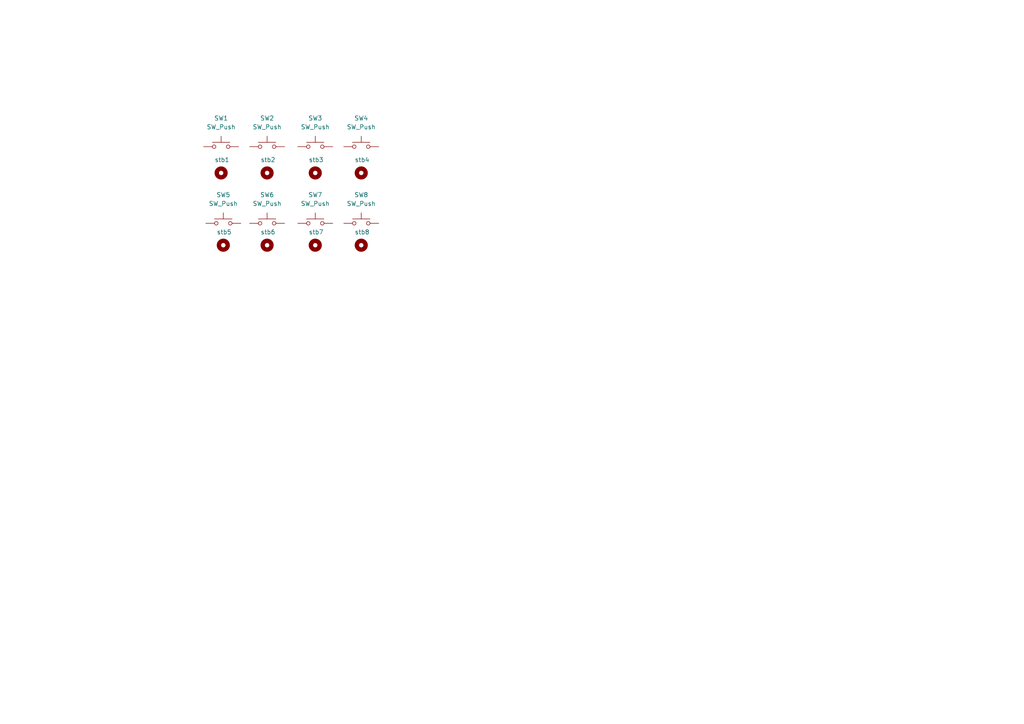
<source format=kicad_sch>
(kicad_sch (version 20211123) (generator eeschema)
  (paper "A4")
  (lib_symbols
    (symbol "Mechanical:MountingHole" (pin_names (offset 1.016))
      (property "Reference" "H" (at 0 5.08 0))
      (property "Value" "MountingHole" (at 0 3.175 0))
      (symbol "MountingHole_0_1"
        (circle (center 0 0) (radius 1.27) (stroke (width 1.27)))
      )
    )
    (symbol "Switch:SW_Push" (pin_numbers hide) (pin_names (offset 1.016) hide)
      (property "Reference" "SW" (at 1.27 2.54 0))
      (property "Value" "SW_Push" (at 0 -1.524 0))
      (symbol "SW_Push_0_1"
        (circle (center -2.032 0) (radius 0.508))
        (polyline (pts (xy 0 1.27) (xy 0 3.048)))
        (polyline (pts (xy 2.54 1.27) (xy -2.54 1.27)))
        (circle (center 2.032 0) (radius 0.508))
        (pin passive line (at -5.08 0 0) (length 2.54) (name "1") (number "1"))
        (pin passive line (at 5.08 0 180) (length 2.54) (name "2") (number "2"))
      )
    )
  )
  (symbol (lib_id "Switch:SW_Push") (at 64.77 64.77 0) (unit 1)
    (property "Reference" "SW5" (at 64.77 56.515 0))
    (property "Value" "SW_Push" (at 64.77 59.055 0))
    (property "Footprint" "Switch_Keyboard_Cherry_MX:MXOnly-1U-Hotswap-Modified" (effects hide))
  )
  (symbol (lib_id "Mechanical:MountingHole") (at 104.775 71.12 0) (unit 1)
    (property "Reference" "stb8" (at 102.87 67.31 0) (effects (justify left)))
    (property "Value" "stabilizer" (effects hide))
    (property "Footprint" "Mounting_Keyboard_Stabilizer:Stabilizer_Cherry_MX_8u" (effects hide))
  )
  (symbol (lib_id "Mechanical:MountingHole") (at 91.44 50.165 0) (unit 1)
    (property "Reference" "stb3" (at 89.535 46.355 0) (effects (justify left)))
    (property "Value" "stabilizer" (effects hide))
    (property "Footprint" "Mounting_Keyboard_Stabilizer:Stabilizer_Cherry_MX_2u" (effects hide))
  )
  (symbol (lib_id "Switch:SW_Push") (at 77.47 42.545 0) (unit 1)
    (property "Reference" "SW2" (at 77.47 34.29 0))
    (property "Value" "SW_Push" (at 77.47 36.83 0))
    (property "Footprint" "Switch_Keyboard_Cherry_MX:MXOnly-1U-Hotswap-Modified" (effects hide))
  )
  (symbol (lib_id "Switch:SW_Push") (at 104.775 64.77 0) (unit 1)
    (property "Reference" "SW8" (at 104.775 56.515 0))
    (property "Value" "SW_Push" (at 104.775 59.055 0))
    (property "Footprint" "Switch_Keyboard_Cherry_MX:MXOnly-1U-Hotswap-Modified" (effects hide))
  )
  (symbol (lib_id "Switch:SW_Push") (at 91.44 42.545 0) (unit 1)
    (property "Reference" "SW3" (at 91.44 34.29 0))
    (property "Value" "SW_Push" (at 91.44 36.83 0))
    (property "Footprint" "Switch_Keyboard_Cherry_MX:MXOnly-1U-Hotswap-Modified" (effects hide))
  )
  (symbol (lib_id "Mechanical:MountingHole") (at 91.44 71.12 0) (unit 1)
    (property "Reference" "stb7" (at 89.535 67.31 0) (effects (justify left)))
    (property "Value" "stabilizer" (effects hide))
    (property "Footprint" "Mounting_Keyboard_Stabilizer:Stabilizer_Cherry_MX_6.25u" (effects hide))
  )
  (symbol (lib_id "Switch:SW_Push") (at 64.135 42.545 0) (unit 1)
    (property "Reference" "SW1" (at 64.135 34.29 0))
    (property "Value" "SW_Push" (at 64.135 36.83 0))
    (property "Footprint" "Switch_Keyboard_Cherry_MX:MXOnly-1U-Hotswap-Modified" (effects hide))
  )
  (symbol (lib_id "Switch:SW_Push") (at 77.47 64.77 0) (unit 1)
    (property "Reference" "SW6" (at 77.47 56.515 0))
    (property "Value" "SW_Push" (at 77.47 59.055 0))
    (property "Footprint" "Switch_Keyboard_Cherry_MX:MXOnly-1U-Hotswap-Modified" (effects hide))
  )
  (symbol (lib_id "Mechanical:MountingHole") (at 104.775 50.165 0) (unit 1)
    (property "Reference" "stb4" (at 102.87 46.355 0) (effects (justify left)))
    (property "Value" "stabilizer" (effects hide))
    (property "Footprint" "Mounting_Keyboard_Stabilizer:Stabilizer_Cherry_MX_2u" (effects hide))
  )
  (symbol (lib_id "Mechanical:MountingHole") (at 77.47 71.12 0) (unit 1)
    (property "Reference" "stb6" (at 75.565 67.31 0) (effects (justify left)))
    (property "Value" "stabilizer" (effects hide))
    (property "Footprint" "Mounting_Keyboard_Stabilizer:Stabilizer_Cherry_MX_7u" (effects hide))
  )
  (symbol (lib_id "Mechanical:MountingHole") (at 64.77 71.12 0) (unit 1)
    (property "Reference" "stb5" (at 62.865 67.31 0) (effects (justify left)))
    (property "Value" "stabilizer" (effects hide))
    (property "Footprint" "Mounting_Keyboard_Stabilizer:Stabilizer_Cherry_MX_6u" (effects hide))
  )
  (symbol (lib_id "Mechanical:MountingHole") (at 64.135 50.165 0) (unit 1)
    (property "Reference" "stb1" (at 62.23 46.355 0) (effects (justify left)))
    (property "Value" "stabilizer" (effects hide))
    (property "Footprint" "Mounting_Keyboard_Stabilizer:Stabilizer_Cherry_MX_2u" (effects hide))
  )
  (symbol (lib_id "Switch:SW_Push") (at 104.775 42.545 0) (unit 1)
    (property "Reference" "SW4" (at 104.775 34.29 0))
    (property "Value" "SW_Push" (at 104.775 36.83 0))
    (property "Footprint" "Switch_Keyboard_Cherry_MX:MXOnly-1U-Hotswap-Modified" (effects hide))
  )
  (symbol (lib_id "Switch:SW_Push") (at 91.44 64.77 0) (unit 1)
    (property "Reference" "SW7" (at 91.44 56.515 0))
    (property "Value" "SW_Push" (at 91.44 59.055 0))
    (property "Footprint" "Switch_Keyboard_Cherry_MX:MXOnly-1U-Hotswap-Modified" (effects hide))
  )
  (symbol (lib_id "Mechanical:MountingHole") (at 77.47 50.165 0) (unit 1)
    (property "Reference" "stb2" (at 75.565 46.355 0) (effects (justify left)))
    (property "Value" "stabilizer" (effects hide))
    (property "Footprint" "Mounting_Keyboard_Stabilizer:Stabilizer_Cherry_MX_2u" (effects hide))
  )
)
</source>
